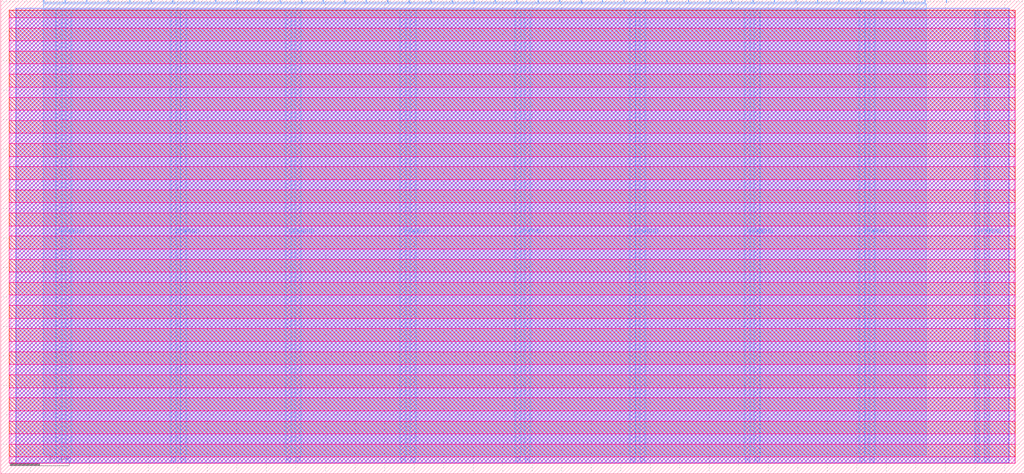
<source format=lef>
VERSION 5.7 ;
  NOWIREEXTENSIONATPIN ON ;
  DIVIDERCHAR "/" ;
  BUSBITCHARS "[]" ;
MACRO tt_um_wokwi_442081253563458561
  CLASS BLOCK ;
  FOREIGN tt_um_wokwi_442081253563458561 ;
  ORIGIN 0.000 0.000 ;
  SIZE 346.640 BY 160.720 ;
  PIN VGND
    DIRECTION INOUT ;
    USE GROUND ;
    PORT
      LAYER Metal4 ;
        RECT 22.180 3.620 23.780 157.100 ;
    END
    PORT
      LAYER Metal4 ;
        RECT 61.050 3.620 62.650 157.100 ;
    END
    PORT
      LAYER Metal4 ;
        RECT 99.920 3.620 101.520 157.100 ;
    END
    PORT
      LAYER Metal4 ;
        RECT 138.790 3.620 140.390 157.100 ;
    END
    PORT
      LAYER Metal4 ;
        RECT 177.660 3.620 179.260 157.100 ;
    END
    PORT
      LAYER Metal4 ;
        RECT 216.530 3.620 218.130 157.100 ;
    END
    PORT
      LAYER Metal4 ;
        RECT 255.400 3.620 257.000 157.100 ;
    END
    PORT
      LAYER Metal4 ;
        RECT 294.270 3.620 295.870 157.100 ;
    END
    PORT
      LAYER Metal4 ;
        RECT 333.140 3.620 334.740 157.100 ;
    END
  END VGND
  PIN VPWR
    DIRECTION INOUT ;
    USE POWER ;
    PORT
      LAYER Metal4 ;
        RECT 18.880 3.620 20.480 157.100 ;
    END
    PORT
      LAYER Metal4 ;
        RECT 57.750 3.620 59.350 157.100 ;
    END
    PORT
      LAYER Metal4 ;
        RECT 96.620 3.620 98.220 157.100 ;
    END
    PORT
      LAYER Metal4 ;
        RECT 135.490 3.620 137.090 157.100 ;
    END
    PORT
      LAYER Metal4 ;
        RECT 174.360 3.620 175.960 157.100 ;
    END
    PORT
      LAYER Metal4 ;
        RECT 213.230 3.620 214.830 157.100 ;
    END
    PORT
      LAYER Metal4 ;
        RECT 252.100 3.620 253.700 157.100 ;
    END
    PORT
      LAYER Metal4 ;
        RECT 290.970 3.620 292.570 157.100 ;
    END
    PORT
      LAYER Metal4 ;
        RECT 329.840 3.620 331.440 157.100 ;
    END
  END VPWR
  PIN clk
    DIRECTION INPUT ;
    USE SIGNAL ;
    ANTENNAGATEAREA 4.738000 ;
    PORT
      LAYER Metal4 ;
        RECT 312.890 159.720 313.190 160.720 ;
    END
  END clk
  PIN ena
    DIRECTION INPUT ;
    USE SIGNAL ;
    PORT
      LAYER Metal4 ;
        RECT 320.170 159.720 320.470 160.720 ;
    END
  END ena
  PIN rst_n
    DIRECTION INPUT ;
    USE SIGNAL ;
    ANTENNAGATEAREA 0.396000 ;
    PORT
      LAYER Metal4 ;
        RECT 305.610 159.720 305.910 160.720 ;
    END
  END rst_n
  PIN ui_in[0]
    DIRECTION INPUT ;
    USE SIGNAL ;
    ANTENNAGATEAREA 0.498500 ;
    PORT
      LAYER Metal4 ;
        RECT 298.330 159.720 298.630 160.720 ;
    END
  END ui_in[0]
  PIN ui_in[1]
    DIRECTION INPUT ;
    USE SIGNAL ;
    ANTENNAGATEAREA 0.741000 ;
    PORT
      LAYER Metal4 ;
        RECT 291.050 159.720 291.350 160.720 ;
    END
  END ui_in[1]
  PIN ui_in[2]
    DIRECTION INPUT ;
    USE SIGNAL ;
    ANTENNAGATEAREA 0.396000 ;
    PORT
      LAYER Metal4 ;
        RECT 283.770 159.720 284.070 160.720 ;
    END
  END ui_in[2]
  PIN ui_in[3]
    DIRECTION INPUT ;
    USE SIGNAL ;
    ANTENNAGATEAREA 0.396000 ;
    PORT
      LAYER Metal4 ;
        RECT 276.490 159.720 276.790 160.720 ;
    END
  END ui_in[3]
  PIN ui_in[4]
    DIRECTION INPUT ;
    USE SIGNAL ;
    ANTENNAGATEAREA 0.396000 ;
    PORT
      LAYER Metal4 ;
        RECT 269.210 159.720 269.510 160.720 ;
    END
  END ui_in[4]
  PIN ui_in[5]
    DIRECTION INPUT ;
    USE SIGNAL ;
    ANTENNAGATEAREA 0.396000 ;
    PORT
      LAYER Metal4 ;
        RECT 261.930 159.720 262.230 160.720 ;
    END
  END ui_in[5]
  PIN ui_in[6]
    DIRECTION INPUT ;
    USE SIGNAL ;
    ANTENNAGATEAREA 0.396000 ;
    PORT
      LAYER Metal4 ;
        RECT 254.650 159.720 254.950 160.720 ;
    END
  END ui_in[6]
  PIN ui_in[7]
    DIRECTION INPUT ;
    USE SIGNAL ;
    ANTENNAGATEAREA 0.396000 ;
    PORT
      LAYER Metal4 ;
        RECT 247.370 159.720 247.670 160.720 ;
    END
  END ui_in[7]
  PIN uio_in[0]
    DIRECTION INPUT ;
    USE SIGNAL ;
    ANTENNAGATEAREA 0.396000 ;
    PORT
      LAYER Metal4 ;
        RECT 240.090 159.720 240.390 160.720 ;
    END
  END uio_in[0]
  PIN uio_in[1]
    DIRECTION INPUT ;
    USE SIGNAL ;
    ANTENNAGATEAREA 0.396000 ;
    PORT
      LAYER Metal4 ;
        RECT 232.810 159.720 233.110 160.720 ;
    END
  END uio_in[1]
  PIN uio_in[2]
    DIRECTION INPUT ;
    USE SIGNAL ;
    ANTENNAGATEAREA 0.396000 ;
    PORT
      LAYER Metal4 ;
        RECT 225.530 159.720 225.830 160.720 ;
    END
  END uio_in[2]
  PIN uio_in[3]
    DIRECTION INPUT ;
    USE SIGNAL ;
    PORT
      LAYER Metal4 ;
        RECT 218.250 159.720 218.550 160.720 ;
    END
  END uio_in[3]
  PIN uio_in[4]
    DIRECTION INPUT ;
    USE SIGNAL ;
    PORT
      LAYER Metal4 ;
        RECT 210.970 159.720 211.270 160.720 ;
    END
  END uio_in[4]
  PIN uio_in[5]
    DIRECTION INPUT ;
    USE SIGNAL ;
    PORT
      LAYER Metal4 ;
        RECT 203.690 159.720 203.990 160.720 ;
    END
  END uio_in[5]
  PIN uio_in[6]
    DIRECTION INPUT ;
    USE SIGNAL ;
    PORT
      LAYER Metal4 ;
        RECT 196.410 159.720 196.710 160.720 ;
    END
  END uio_in[6]
  PIN uio_in[7]
    DIRECTION INPUT ;
    USE SIGNAL ;
    PORT
      LAYER Metal4 ;
        RECT 189.130 159.720 189.430 160.720 ;
    END
  END uio_in[7]
  PIN uio_oe[0]
    DIRECTION OUTPUT ;
    USE SIGNAL ;
    ANTENNADIFFAREA 0.360800 ;
    PORT
      LAYER Metal4 ;
        RECT 65.370 159.720 65.670 160.720 ;
    END
  END uio_oe[0]
  PIN uio_oe[1]
    DIRECTION OUTPUT ;
    USE SIGNAL ;
    ANTENNADIFFAREA 0.360800 ;
    PORT
      LAYER Metal4 ;
        RECT 58.090 159.720 58.390 160.720 ;
    END
  END uio_oe[1]
  PIN uio_oe[2]
    DIRECTION OUTPUT ;
    USE SIGNAL ;
    ANTENNADIFFAREA 0.360800 ;
    PORT
      LAYER Metal4 ;
        RECT 50.810 159.720 51.110 160.720 ;
    END
  END uio_oe[2]
  PIN uio_oe[3]
    DIRECTION OUTPUT ;
    USE SIGNAL ;
    ANTENNADIFFAREA 0.536800 ;
    PORT
      LAYER Metal4 ;
        RECT 43.530 159.720 43.830 160.720 ;
    END
  END uio_oe[3]
  PIN uio_oe[4]
    DIRECTION OUTPUT ;
    USE SIGNAL ;
    ANTENNADIFFAREA 0.536800 ;
    PORT
      LAYER Metal4 ;
        RECT 36.250 159.720 36.550 160.720 ;
    END
  END uio_oe[4]
  PIN uio_oe[5]
    DIRECTION OUTPUT ;
    USE SIGNAL ;
    ANTENNADIFFAREA 0.536800 ;
    PORT
      LAYER Metal4 ;
        RECT 28.970 159.720 29.270 160.720 ;
    END
  END uio_oe[5]
  PIN uio_oe[6]
    DIRECTION OUTPUT ;
    USE SIGNAL ;
    ANTENNADIFFAREA 0.536800 ;
    PORT
      LAYER Metal4 ;
        RECT 21.690 159.720 21.990 160.720 ;
    END
  END uio_oe[6]
  PIN uio_oe[7]
    DIRECTION OUTPUT ;
    USE SIGNAL ;
    ANTENNADIFFAREA 0.536800 ;
    PORT
      LAYER Metal4 ;
        RECT 14.410 159.720 14.710 160.720 ;
    END
  END uio_oe[7]
  PIN uio_out[0]
    DIRECTION OUTPUT ;
    USE SIGNAL ;
    ANTENNADIFFAREA 0.360800 ;
    PORT
      LAYER Metal4 ;
        RECT 123.610 159.720 123.910 160.720 ;
    END
  END uio_out[0]
  PIN uio_out[1]
    DIRECTION OUTPUT ;
    USE SIGNAL ;
    ANTENNADIFFAREA 0.360800 ;
    PORT
      LAYER Metal4 ;
        RECT 116.330 159.720 116.630 160.720 ;
    END
  END uio_out[1]
  PIN uio_out[2]
    DIRECTION OUTPUT ;
    USE SIGNAL ;
    ANTENNADIFFAREA 0.360800 ;
    PORT
      LAYER Metal4 ;
        RECT 109.050 159.720 109.350 160.720 ;
    END
  END uio_out[2]
  PIN uio_out[3]
    DIRECTION OUTPUT ;
    USE SIGNAL ;
    ANTENNADIFFAREA 1.986000 ;
    PORT
      LAYER Metal4 ;
        RECT 101.770 159.720 102.070 160.720 ;
    END
  END uio_out[3]
  PIN uio_out[4]
    DIRECTION OUTPUT ;
    USE SIGNAL ;
    ANTENNADIFFAREA 1.986000 ;
    PORT
      LAYER Metal4 ;
        RECT 94.490 159.720 94.790 160.720 ;
    END
  END uio_out[4]
  PIN uio_out[5]
    DIRECTION OUTPUT ;
    USE SIGNAL ;
    ANTENNADIFFAREA 1.986000 ;
    PORT
      LAYER Metal4 ;
        RECT 87.210 159.720 87.510 160.720 ;
    END
  END uio_out[5]
  PIN uio_out[6]
    DIRECTION OUTPUT ;
    USE SIGNAL ;
    ANTENNADIFFAREA 1.986000 ;
    PORT
      LAYER Metal4 ;
        RECT 79.930 159.720 80.230 160.720 ;
    END
  END uio_out[6]
  PIN uio_out[7]
    DIRECTION OUTPUT ;
    USE SIGNAL ;
    ANTENNADIFFAREA 1.986000 ;
    PORT
      LAYER Metal4 ;
        RECT 72.650 159.720 72.950 160.720 ;
    END
  END uio_out[7]
  PIN uo_out[0]
    DIRECTION OUTPUT ;
    USE SIGNAL ;
    ANTENNADIFFAREA 1.986000 ;
    PORT
      LAYER Metal4 ;
        RECT 181.850 159.720 182.150 160.720 ;
    END
  END uo_out[0]
  PIN uo_out[1]
    DIRECTION OUTPUT ;
    USE SIGNAL ;
    ANTENNADIFFAREA 1.986000 ;
    PORT
      LAYER Metal4 ;
        RECT 174.570 159.720 174.870 160.720 ;
    END
  END uo_out[1]
  PIN uo_out[2]
    DIRECTION OUTPUT ;
    USE SIGNAL ;
    ANTENNADIFFAREA 1.986000 ;
    PORT
      LAYER Metal4 ;
        RECT 167.290 159.720 167.590 160.720 ;
    END
  END uo_out[2]
  PIN uo_out[3]
    DIRECTION OUTPUT ;
    USE SIGNAL ;
    ANTENNADIFFAREA 1.986000 ;
    PORT
      LAYER Metal4 ;
        RECT 160.010 159.720 160.310 160.720 ;
    END
  END uo_out[3]
  PIN uo_out[4]
    DIRECTION OUTPUT ;
    USE SIGNAL ;
    ANTENNADIFFAREA 1.986000 ;
    PORT
      LAYER Metal4 ;
        RECT 152.730 159.720 153.030 160.720 ;
    END
  END uo_out[4]
  PIN uo_out[5]
    DIRECTION OUTPUT ;
    USE SIGNAL ;
    ANTENNADIFFAREA 1.986000 ;
    PORT
      LAYER Metal4 ;
        RECT 145.450 159.720 145.750 160.720 ;
    END
  END uo_out[5]
  PIN uo_out[6]
    DIRECTION OUTPUT ;
    USE SIGNAL ;
    ANTENNADIFFAREA 1.986000 ;
    PORT
      LAYER Metal4 ;
        RECT 138.170 159.720 138.470 160.720 ;
    END
  END uo_out[6]
  PIN uo_out[7]
    DIRECTION OUTPUT ;
    USE SIGNAL ;
    ANTENNADIFFAREA 2.365600 ;
    PORT
      LAYER Metal4 ;
        RECT 130.890 159.720 131.190 160.720 ;
    END
  END uo_out[7]
  OBS
      LAYER Nwell ;
        RECT 2.930 154.640 343.710 157.230 ;
      LAYER Pwell ;
        RECT 2.930 151.120 343.710 154.640 ;
      LAYER Nwell ;
        RECT 2.930 146.800 343.710 151.120 ;
      LAYER Pwell ;
        RECT 2.930 143.280 343.710 146.800 ;
      LAYER Nwell ;
        RECT 2.930 138.960 343.710 143.280 ;
      LAYER Pwell ;
        RECT 2.930 135.440 343.710 138.960 ;
      LAYER Nwell ;
        RECT 2.930 131.120 343.710 135.440 ;
      LAYER Pwell ;
        RECT 2.930 127.600 343.710 131.120 ;
      LAYER Nwell ;
        RECT 2.930 123.280 343.710 127.600 ;
      LAYER Pwell ;
        RECT 2.930 119.760 343.710 123.280 ;
      LAYER Nwell ;
        RECT 2.930 115.440 343.710 119.760 ;
      LAYER Pwell ;
        RECT 2.930 111.920 343.710 115.440 ;
      LAYER Nwell ;
        RECT 2.930 107.600 343.710 111.920 ;
      LAYER Pwell ;
        RECT 2.930 104.080 343.710 107.600 ;
      LAYER Nwell ;
        RECT 2.930 99.760 343.710 104.080 ;
      LAYER Pwell ;
        RECT 2.930 96.240 343.710 99.760 ;
      LAYER Nwell ;
        RECT 2.930 91.920 343.710 96.240 ;
      LAYER Pwell ;
        RECT 2.930 88.400 343.710 91.920 ;
      LAYER Nwell ;
        RECT 2.930 84.080 343.710 88.400 ;
      LAYER Pwell ;
        RECT 2.930 80.560 343.710 84.080 ;
      LAYER Nwell ;
        RECT 2.930 76.240 343.710 80.560 ;
      LAYER Pwell ;
        RECT 2.930 72.720 343.710 76.240 ;
      LAYER Nwell ;
        RECT 2.930 68.400 343.710 72.720 ;
      LAYER Pwell ;
        RECT 2.930 64.880 343.710 68.400 ;
      LAYER Nwell ;
        RECT 2.930 60.560 343.710 64.880 ;
      LAYER Pwell ;
        RECT 2.930 57.040 343.710 60.560 ;
      LAYER Nwell ;
        RECT 2.930 52.720 343.710 57.040 ;
      LAYER Pwell ;
        RECT 2.930 49.200 343.710 52.720 ;
      LAYER Nwell ;
        RECT 2.930 44.880 343.710 49.200 ;
      LAYER Pwell ;
        RECT 2.930 41.360 343.710 44.880 ;
      LAYER Nwell ;
        RECT 2.930 37.040 343.710 41.360 ;
      LAYER Pwell ;
        RECT 2.930 33.520 343.710 37.040 ;
      LAYER Nwell ;
        RECT 2.930 29.200 343.710 33.520 ;
      LAYER Pwell ;
        RECT 2.930 25.680 343.710 29.200 ;
      LAYER Nwell ;
        RECT 2.930 21.360 343.710 25.680 ;
      LAYER Pwell ;
        RECT 2.930 17.840 343.710 21.360 ;
      LAYER Nwell ;
        RECT 2.930 13.520 343.710 17.840 ;
      LAYER Pwell ;
        RECT 2.930 10.000 343.710 13.520 ;
      LAYER Nwell ;
        RECT 2.930 5.680 343.710 10.000 ;
      LAYER Pwell ;
        RECT 2.930 3.490 343.710 5.680 ;
      LAYER Metal1 ;
        RECT 3.360 3.620 343.280 157.100 ;
      LAYER Metal2 ;
        RECT 5.180 3.730 341.460 157.830 ;
      LAYER Metal3 ;
        RECT 5.130 3.780 341.510 157.780 ;
      LAYER Metal4 ;
        RECT 15.010 159.420 21.390 159.890 ;
        RECT 22.290 159.420 28.670 159.890 ;
        RECT 29.570 159.420 35.950 159.890 ;
        RECT 36.850 159.420 43.230 159.890 ;
        RECT 44.130 159.420 50.510 159.890 ;
        RECT 51.410 159.420 57.790 159.890 ;
        RECT 58.690 159.420 65.070 159.890 ;
        RECT 65.970 159.420 72.350 159.890 ;
        RECT 73.250 159.420 79.630 159.890 ;
        RECT 80.530 159.420 86.910 159.890 ;
        RECT 87.810 159.420 94.190 159.890 ;
        RECT 95.090 159.420 101.470 159.890 ;
        RECT 102.370 159.420 108.750 159.890 ;
        RECT 109.650 159.420 116.030 159.890 ;
        RECT 116.930 159.420 123.310 159.890 ;
        RECT 124.210 159.420 130.590 159.890 ;
        RECT 131.490 159.420 137.870 159.890 ;
        RECT 138.770 159.420 145.150 159.890 ;
        RECT 146.050 159.420 152.430 159.890 ;
        RECT 153.330 159.420 159.710 159.890 ;
        RECT 160.610 159.420 166.990 159.890 ;
        RECT 167.890 159.420 174.270 159.890 ;
        RECT 175.170 159.420 181.550 159.890 ;
        RECT 182.450 159.420 188.830 159.890 ;
        RECT 189.730 159.420 196.110 159.890 ;
        RECT 197.010 159.420 203.390 159.890 ;
        RECT 204.290 159.420 210.670 159.890 ;
        RECT 211.570 159.420 217.950 159.890 ;
        RECT 218.850 159.420 225.230 159.890 ;
        RECT 226.130 159.420 232.510 159.890 ;
        RECT 233.410 159.420 239.790 159.890 ;
        RECT 240.690 159.420 247.070 159.890 ;
        RECT 247.970 159.420 254.350 159.890 ;
        RECT 255.250 159.420 261.630 159.890 ;
        RECT 262.530 159.420 268.910 159.890 ;
        RECT 269.810 159.420 276.190 159.890 ;
        RECT 277.090 159.420 283.470 159.890 ;
        RECT 284.370 159.420 290.750 159.890 ;
        RECT 291.650 159.420 298.030 159.890 ;
        RECT 298.930 159.420 305.310 159.890 ;
        RECT 306.210 159.420 312.590 159.890 ;
        RECT 14.420 157.400 313.460 159.420 ;
        RECT 14.420 6.250 18.580 157.400 ;
        RECT 20.780 6.250 21.880 157.400 ;
        RECT 24.080 6.250 57.450 157.400 ;
        RECT 59.650 6.250 60.750 157.400 ;
        RECT 62.950 6.250 96.320 157.400 ;
        RECT 98.520 6.250 99.620 157.400 ;
        RECT 101.820 6.250 135.190 157.400 ;
        RECT 137.390 6.250 138.490 157.400 ;
        RECT 140.690 6.250 174.060 157.400 ;
        RECT 176.260 6.250 177.360 157.400 ;
        RECT 179.560 6.250 212.930 157.400 ;
        RECT 215.130 6.250 216.230 157.400 ;
        RECT 218.430 6.250 251.800 157.400 ;
        RECT 254.000 6.250 255.100 157.400 ;
        RECT 257.300 6.250 290.670 157.400 ;
        RECT 292.870 6.250 293.970 157.400 ;
        RECT 296.170 6.250 313.460 157.400 ;
  END
END tt_um_wokwi_442081253563458561
END LIBRARY


</source>
